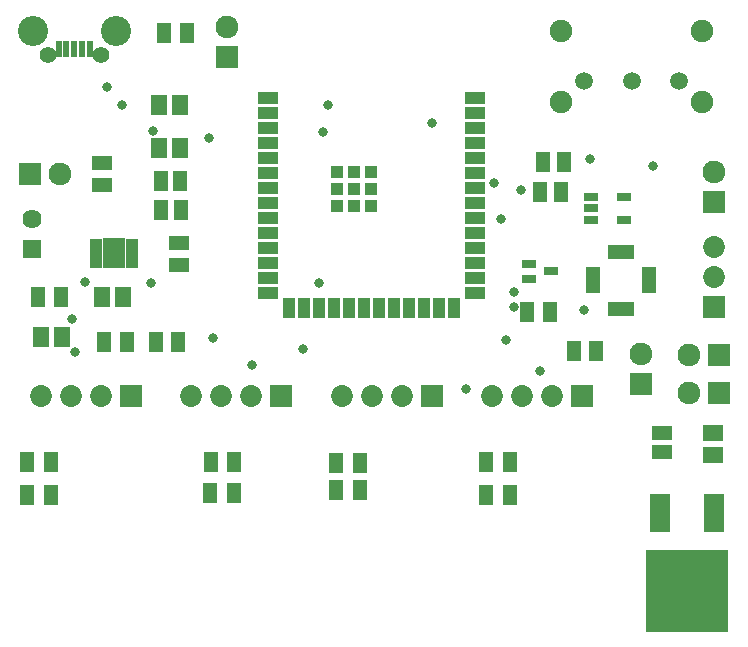
<source format=gts>
%FSTAX23Y23*%
%MOIN*%
%SFA1B1*%

%IPPOS*%
%ADD35R,0.045400X0.065090*%
%ADD36R,0.045800X0.066660*%
%ADD37R,0.046980X0.065870*%
%ADD38R,0.051310X0.086740*%
%ADD39R,0.086740X0.051310*%
%ADD40R,0.047370X0.065090*%
%ADD41R,0.047370X0.029650*%
%ADD42R,0.045400X0.031620*%
%ADD43R,0.065090X0.045400*%
%ADD44R,0.053280X0.065090*%
%ADD45R,0.039500X0.019810*%
%ADD46R,0.076900X0.104460*%
%ADD47R,0.065090X0.047370*%
%ADD48R,0.065870X0.048160*%
%ADD49R,0.271780X0.271780*%
%ADD50R,0.070990X0.126110*%
%ADD51R,0.065090X0.053280*%
%ADD52R,0.023750X0.055240*%
%ADD53R,0.043430X0.043430*%
%ADD54R,0.067060X0.043430*%
%ADD55R,0.043430X0.067060*%
%ADD56R,0.075910X0.075910*%
%ADD57C,0.075910*%
%ADD58C,0.059180*%
%ADD59C,0.075320*%
%ADD60R,0.075910X0.075910*%
%ADD61R,0.063750X0.063750*%
%ADD62C,0.063750*%
%ADD63C,0.055240*%
%ADD64C,0.100440*%
%ADD65R,0.072960X0.072960*%
%ADD66C,0.072960*%
%ADD67R,0.072960X0.072960*%
%ADD68C,0.031620*%
%LNxksoilsensor-1*%
%LPD*%
G54D35*
X0008Y00515D03*
X00159D03*
X0008Y00625D03*
X00159D03*
X0069Y0052D03*
X00769D03*
X00692Y00625D03*
X00771D03*
X01111Y0053D03*
X0119D03*
X0111Y0062D03*
X01189D03*
X0161Y00515D03*
X01688D03*
X0161Y00625D03*
X01688D03*
X01902Y00995D03*
X01977D03*
G54D36*
X00526Y01465D03*
X00593D03*
X01791Y01525D03*
X01858D03*
X01801Y01625D03*
X01868D03*
G54D37*
X00525Y0156D03*
X0059D03*
G54D38*
X01965Y0123D03*
X02154D03*
G54D39*
X0206Y01324D03*
Y01135D03*
G54D40*
X01747Y01125D03*
X01822D03*
X00412Y01025D03*
X00337D03*
X0051D03*
X00584D03*
X00192Y01175D03*
X00117D03*
X00537Y02055D03*
X00612D03*
G54D41*
X01752Y01285D03*
Y01234D03*
X01827Y0126D03*
G54D42*
X0196Y01507D03*
Y0147D03*
Y01432D03*
X02069D03*
Y01507D03*
G54D43*
X0033Y01547D03*
Y01622D03*
G54D44*
X00125Y0104D03*
X00195D03*
X00329Y01175D03*
X004D03*
X0052Y0167D03*
X0059D03*
X0052Y01815D03*
X0059D03*
G54D45*
X0031Y01359D03*
Y01339D03*
Y0132D03*
Y013D03*
Y0128D03*
X00429D03*
Y013D03*
Y0132D03*
Y01339D03*
Y01359D03*
G54D46*
X0037Y0132D03*
G54D47*
X00585Y01354D03*
Y0128D03*
G54D48*
X02195Y00658D03*
Y00721D03*
G54D49*
X0228Y00195D03*
G54D50*
X02189Y00456D03*
X0237D03*
G54D51*
X02365Y00649D03*
Y0072D03*
G54D52*
X00288Y02001D03*
X00262D03*
X00237D03*
X00211D03*
X00186D03*
G54D53*
X01225Y0159D03*
Y01535D03*
Y01479D03*
X0117D03*
X01114D03*
Y01535D03*
Y0159D03*
X0117D03*
Y01535D03*
G54D54*
X01573Y01838D03*
Y01788D03*
Y01738D03*
Y01688D03*
Y01638D03*
Y01588D03*
Y01538D03*
Y01488D03*
Y01438D03*
Y01388D03*
Y01338D03*
Y01288D03*
Y01238D03*
Y01188D03*
X00884D03*
Y01238D03*
Y01288D03*
Y01338D03*
Y01388D03*
Y01438D03*
Y01488D03*
Y01538D03*
Y01588D03*
Y01638D03*
Y01688D03*
Y01738D03*
Y01788D03*
Y01838D03*
G54D55*
X01504Y01139D03*
X01454D03*
X01404D03*
X01354D03*
X01304D03*
X01254D03*
X01204D03*
X01154D03*
X01104D03*
X01054D03*
X01004D03*
X00954D03*
G54D56*
X02125Y00885D03*
X0237Y0149D03*
X00745Y01975D03*
G54D57*
X02125Y00985D03*
X02285Y0098D03*
Y00855D03*
X0019Y01585D03*
X0237Y0159D03*
X00745Y02075D03*
G54D58*
X02252Y01895D03*
X02095D03*
X01937D03*
G54D59*
X02331Y02062D03*
Y01826D03*
X01858D03*
Y02062D03*
G54D60*
X02385Y0098D03*
Y00855D03*
X0009Y01585D03*
G54D61*
X00095Y01335D03*
G54D62*
X00095Y01435D03*
G54D63*
X00325Y0198D03*
X00149D03*
G54D64*
X00099Y02062D03*
X00375D03*
G54D65*
X00425Y00845D03*
X00926D03*
X01428D03*
X0193D03*
G54D66*
X00325Y00845D03*
X00225D03*
X00125D03*
X00826D03*
X00726D03*
X00626D03*
X0237Y0124D03*
Y0134D03*
X01328Y00845D03*
X01228D03*
X01128D03*
X0183D03*
X0173D03*
X0163D03*
G54D67*
X0237Y0114D03*
G54D68*
X01543Y00867D03*
X01937Y01131D03*
X01702Y01141D03*
X01702Y01192D03*
X01675Y0103D03*
X01788Y00927D03*
X01957Y01636D03*
X02167Y01611D03*
X00828Y00947D03*
X007Y01037D03*
X00239Y0099D03*
X0023Y01101D03*
X00493Y0122D03*
X01054D03*
X0143Y01755D03*
X00686Y01706D03*
X01084Y01815D03*
X00396D03*
X01726Y0153D03*
X01Y01D03*
X00274Y01226D03*
X01661Y01435D03*
X00498Y01728D03*
X00345Y01875D03*
X01065Y01725D03*
X01637Y01556D03*
M02*
</source>
